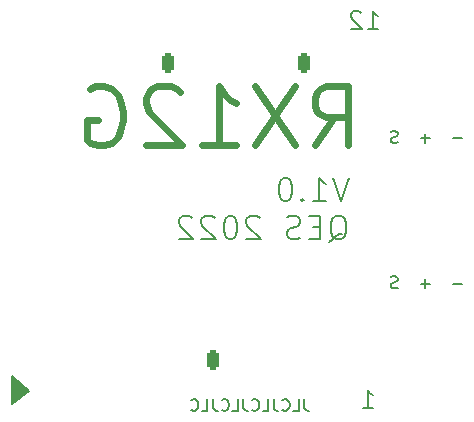
<source format=gbo>
G04 #@! TF.GenerationSoftware,KiCad,Pcbnew,(6.0.0)*
G04 #@! TF.CreationDate,2022-05-01T20:50:51-06:00*
G04 #@! TF.ProjectId,RX12G,52583132-472e-46b6-9963-61645f706362,rev?*
G04 #@! TF.SameCoordinates,Original*
G04 #@! TF.FileFunction,Legend,Bot*
G04 #@! TF.FilePolarity,Positive*
%FSLAX46Y46*%
G04 Gerber Fmt 4.6, Leading zero omitted, Abs format (unit mm)*
G04 Created by KiCad (PCBNEW (6.0.0)) date 2022-05-01 20:50:51*
%MOMM*%
%LPD*%
G01*
G04 APERTURE LIST*
G04 Aperture macros list*
%AMRoundRect*
0 Rectangle with rounded corners*
0 $1 Rounding radius*
0 $2 $3 $4 $5 $6 $7 $8 $9 X,Y pos of 4 corners*
0 Add a 4 corners polygon primitive as box body*
4,1,4,$2,$3,$4,$5,$6,$7,$8,$9,$2,$3,0*
0 Add four circle primitives for the rounded corners*
1,1,$1+$1,$2,$3*
1,1,$1+$1,$4,$5*
1,1,$1+$1,$6,$7*
1,1,$1+$1,$8,$9*
0 Add four rect primitives between the rounded corners*
20,1,$1+$1,$2,$3,$4,$5,0*
20,1,$1+$1,$4,$5,$6,$7,0*
20,1,$1+$1,$6,$7,$8,$9,0*
20,1,$1+$1,$8,$9,$2,$3,0*%
G04 Aperture macros list end*
%ADD10C,0.160000*%
%ADD11C,0.200000*%
%ADD12C,0.600000*%
%ADD13RoundRect,0.250000X-0.265000X-0.615000X0.265000X-0.615000X0.265000X0.615000X-0.265000X0.615000X0*%
%ADD14O,1.030000X1.730000*%
%ADD15R,1.650000X1.650000*%
%ADD16C,1.650000*%
%ADD17RoundRect,0.250000X0.265000X0.615000X-0.265000X0.615000X-0.265000X-0.615000X0.265000X-0.615000X0*%
%ADD18O,0.950000X1.250000*%
%ADD19O,1.550000X0.890000*%
%ADD20R,1.700000X1.700000*%
%ADD21O,1.700000X1.700000*%
G04 APERTURE END LIST*
D10*
X120902208Y-124748265D02*
X119502208Y-125848265D01*
X119502208Y-125848265D02*
X119502208Y-123448265D01*
X119502208Y-123448265D02*
X120902208Y-124748265D01*
G36*
X120902208Y-124748265D02*
G01*
X119502208Y-125848265D01*
X119502208Y-123448265D01*
X120902208Y-124748265D01*
G37*
X120902208Y-124748265D02*
X119502208Y-125848265D01*
X119502208Y-123448265D01*
X120902208Y-124748265D01*
D11*
X147979523Y-106694761D02*
X147312857Y-108694761D01*
X146646190Y-106694761D01*
X144931904Y-108694761D02*
X146074761Y-108694761D01*
X145503333Y-108694761D02*
X145503333Y-106694761D01*
X145693809Y-106980476D01*
X145884285Y-107170952D01*
X146074761Y-107266190D01*
X144074761Y-108504285D02*
X143979523Y-108599523D01*
X144074761Y-108694761D01*
X144170000Y-108599523D01*
X144074761Y-108504285D01*
X144074761Y-108694761D01*
X142741428Y-106694761D02*
X142550952Y-106694761D01*
X142360476Y-106790000D01*
X142265238Y-106885238D01*
X142170000Y-107075714D01*
X142074761Y-107456666D01*
X142074761Y-107932857D01*
X142170000Y-108313809D01*
X142265238Y-108504285D01*
X142360476Y-108599523D01*
X142550952Y-108694761D01*
X142741428Y-108694761D01*
X142931904Y-108599523D01*
X143027142Y-108504285D01*
X143122380Y-108313809D01*
X143217619Y-107932857D01*
X143217619Y-107456666D01*
X143122380Y-107075714D01*
X143027142Y-106885238D01*
X142931904Y-106790000D01*
X142741428Y-106694761D01*
X146360476Y-112105238D02*
X146550952Y-112010000D01*
X146741428Y-111819523D01*
X147027142Y-111533809D01*
X147217619Y-111438571D01*
X147408095Y-111438571D01*
X147312857Y-111914761D02*
X147503333Y-111819523D01*
X147693809Y-111629047D01*
X147789047Y-111248095D01*
X147789047Y-110581428D01*
X147693809Y-110200476D01*
X147503333Y-110010000D01*
X147312857Y-109914761D01*
X146931904Y-109914761D01*
X146741428Y-110010000D01*
X146550952Y-110200476D01*
X146455714Y-110581428D01*
X146455714Y-111248095D01*
X146550952Y-111629047D01*
X146741428Y-111819523D01*
X146931904Y-111914761D01*
X147312857Y-111914761D01*
X145598571Y-110867142D02*
X144931904Y-110867142D01*
X144646190Y-111914761D02*
X145598571Y-111914761D01*
X145598571Y-109914761D01*
X144646190Y-109914761D01*
X143884285Y-111819523D02*
X143598571Y-111914761D01*
X143122380Y-111914761D01*
X142931904Y-111819523D01*
X142836666Y-111724285D01*
X142741428Y-111533809D01*
X142741428Y-111343333D01*
X142836666Y-111152857D01*
X142931904Y-111057619D01*
X143122380Y-110962380D01*
X143503333Y-110867142D01*
X143693809Y-110771904D01*
X143789047Y-110676666D01*
X143884285Y-110486190D01*
X143884285Y-110295714D01*
X143789047Y-110105238D01*
X143693809Y-110010000D01*
X143503333Y-109914761D01*
X143027142Y-109914761D01*
X142741428Y-110010000D01*
X140455714Y-110105238D02*
X140360476Y-110010000D01*
X140170000Y-109914761D01*
X139693809Y-109914761D01*
X139503333Y-110010000D01*
X139408095Y-110105238D01*
X139312857Y-110295714D01*
X139312857Y-110486190D01*
X139408095Y-110771904D01*
X140550952Y-111914761D01*
X139312857Y-111914761D01*
X138074761Y-109914761D02*
X137884285Y-109914761D01*
X137693809Y-110010000D01*
X137598571Y-110105238D01*
X137503333Y-110295714D01*
X137408095Y-110676666D01*
X137408095Y-111152857D01*
X137503333Y-111533809D01*
X137598571Y-111724285D01*
X137693809Y-111819523D01*
X137884285Y-111914761D01*
X138074761Y-111914761D01*
X138265238Y-111819523D01*
X138360476Y-111724285D01*
X138455714Y-111533809D01*
X138550952Y-111152857D01*
X138550952Y-110676666D01*
X138455714Y-110295714D01*
X138360476Y-110105238D01*
X138265238Y-110010000D01*
X138074761Y-109914761D01*
X136646190Y-110105238D02*
X136550952Y-110010000D01*
X136360476Y-109914761D01*
X135884285Y-109914761D01*
X135693809Y-110010000D01*
X135598571Y-110105238D01*
X135503333Y-110295714D01*
X135503333Y-110486190D01*
X135598571Y-110771904D01*
X136741428Y-111914761D01*
X135503333Y-111914761D01*
X134741428Y-110105238D02*
X134646190Y-110010000D01*
X134455714Y-109914761D01*
X133979523Y-109914761D01*
X133789047Y-110010000D01*
X133693809Y-110105238D01*
X133598571Y-110295714D01*
X133598571Y-110486190D01*
X133693809Y-110771904D01*
X134836666Y-111914761D01*
X133598571Y-111914761D01*
D10*
X144219047Y-125452380D02*
X144219047Y-126166666D01*
X144266666Y-126309523D01*
X144361904Y-126404761D01*
X144504761Y-126452380D01*
X144600000Y-126452380D01*
X143266666Y-126452380D02*
X143742857Y-126452380D01*
X143742857Y-125452380D01*
X142361904Y-126357142D02*
X142409523Y-126404761D01*
X142552380Y-126452380D01*
X142647619Y-126452380D01*
X142790476Y-126404761D01*
X142885714Y-126309523D01*
X142933333Y-126214285D01*
X142980952Y-126023809D01*
X142980952Y-125880952D01*
X142933333Y-125690476D01*
X142885714Y-125595238D01*
X142790476Y-125500000D01*
X142647619Y-125452380D01*
X142552380Y-125452380D01*
X142409523Y-125500000D01*
X142361904Y-125547619D01*
X141647619Y-125452380D02*
X141647619Y-126166666D01*
X141695238Y-126309523D01*
X141790476Y-126404761D01*
X141933333Y-126452380D01*
X142028571Y-126452380D01*
X140695238Y-126452380D02*
X141171428Y-126452380D01*
X141171428Y-125452380D01*
X139790476Y-126357142D02*
X139838095Y-126404761D01*
X139980952Y-126452380D01*
X140076190Y-126452380D01*
X140219047Y-126404761D01*
X140314285Y-126309523D01*
X140361904Y-126214285D01*
X140409523Y-126023809D01*
X140409523Y-125880952D01*
X140361904Y-125690476D01*
X140314285Y-125595238D01*
X140219047Y-125500000D01*
X140076190Y-125452380D01*
X139980952Y-125452380D01*
X139838095Y-125500000D01*
X139790476Y-125547619D01*
X139076190Y-125452380D02*
X139076190Y-126166666D01*
X139123809Y-126309523D01*
X139219047Y-126404761D01*
X139361904Y-126452380D01*
X139457142Y-126452380D01*
X138123809Y-126452380D02*
X138600000Y-126452380D01*
X138600000Y-125452380D01*
X137219047Y-126357142D02*
X137266666Y-126404761D01*
X137409523Y-126452380D01*
X137504761Y-126452380D01*
X137647619Y-126404761D01*
X137742857Y-126309523D01*
X137790476Y-126214285D01*
X137838095Y-126023809D01*
X137838095Y-125880952D01*
X137790476Y-125690476D01*
X137742857Y-125595238D01*
X137647619Y-125500000D01*
X137504761Y-125452380D01*
X137409523Y-125452380D01*
X137266666Y-125500000D01*
X137219047Y-125547619D01*
X136504761Y-125452380D02*
X136504761Y-126166666D01*
X136552380Y-126309523D01*
X136647619Y-126404761D01*
X136790476Y-126452380D01*
X136885714Y-126452380D01*
X135552380Y-126452380D02*
X136028571Y-126452380D01*
X136028571Y-125452380D01*
X134647619Y-126357142D02*
X134695238Y-126404761D01*
X134838095Y-126452380D01*
X134933333Y-126452380D01*
X135076190Y-126404761D01*
X135171428Y-126309523D01*
X135219047Y-126214285D01*
X135266666Y-126023809D01*
X135266666Y-125880952D01*
X135219047Y-125690476D01*
X135171428Y-125595238D01*
X135076190Y-125500000D01*
X134933333Y-125452380D01*
X134838095Y-125452380D01*
X134695238Y-125500000D01*
X134647619Y-125547619D01*
D11*
X149171428Y-126178571D02*
X150028571Y-126178571D01*
X149600000Y-126178571D02*
X149600000Y-124678571D01*
X149742857Y-124892857D01*
X149885714Y-125035714D01*
X150028571Y-125107142D01*
D12*
X145095238Y-103961904D02*
X146761904Y-101580952D01*
X147952380Y-103961904D02*
X147952380Y-98961904D01*
X146047619Y-98961904D01*
X145571428Y-99200000D01*
X145333333Y-99438095D01*
X145095238Y-99914285D01*
X145095238Y-100628571D01*
X145333333Y-101104761D01*
X145571428Y-101342857D01*
X146047619Y-101580952D01*
X147952380Y-101580952D01*
X143428571Y-98961904D02*
X140095238Y-103961904D01*
X140095238Y-98961904D02*
X143428571Y-103961904D01*
X135571428Y-103961904D02*
X138428571Y-103961904D01*
X137000000Y-103961904D02*
X137000000Y-98961904D01*
X137476190Y-99676190D01*
X137952380Y-100152380D01*
X138428571Y-100390476D01*
X133666666Y-99438095D02*
X133428571Y-99200000D01*
X132952380Y-98961904D01*
X131761904Y-98961904D01*
X131285714Y-99200000D01*
X131047619Y-99438095D01*
X130809523Y-99914285D01*
X130809523Y-100390476D01*
X131047619Y-101104761D01*
X133904761Y-103961904D01*
X130809523Y-103961904D01*
X126047619Y-99200000D02*
X126523809Y-98961904D01*
X127238095Y-98961904D01*
X127952380Y-99200000D01*
X128428571Y-99676190D01*
X128666666Y-100152380D01*
X128904761Y-101104761D01*
X128904761Y-101819047D01*
X128666666Y-102771428D01*
X128428571Y-103247619D01*
X127952380Y-103723809D01*
X127238095Y-103961904D01*
X126761904Y-103961904D01*
X126047619Y-103723809D01*
X125809523Y-103485714D01*
X125809523Y-101819047D01*
X126761904Y-101819047D01*
D10*
X157600000Y-103371428D02*
X156838095Y-103371428D01*
X154838095Y-103371428D02*
X154076190Y-103371428D01*
X154457142Y-103752380D02*
X154457142Y-102990476D01*
X152123809Y-103704761D02*
X151980952Y-103752380D01*
X151742857Y-103752380D01*
X151647619Y-103704761D01*
X151600000Y-103657142D01*
X151552380Y-103561904D01*
X151552380Y-103466666D01*
X151600000Y-103371428D01*
X151647619Y-103323809D01*
X151742857Y-103276190D01*
X151933333Y-103228571D01*
X152028571Y-103180952D01*
X152076190Y-103133333D01*
X152123809Y-103038095D01*
X152123809Y-102942857D01*
X152076190Y-102847619D01*
X152028571Y-102800000D01*
X151933333Y-102752380D01*
X151695238Y-102752380D01*
X151552380Y-102800000D01*
D11*
X149585714Y-94078571D02*
X150442857Y-94078571D01*
X150014285Y-94078571D02*
X150014285Y-92578571D01*
X150157142Y-92792857D01*
X150300000Y-92935714D01*
X150442857Y-93007142D01*
X149014285Y-92721428D02*
X148942857Y-92650000D01*
X148800000Y-92578571D01*
X148442857Y-92578571D01*
X148300000Y-92650000D01*
X148228571Y-92721428D01*
X148157142Y-92864285D01*
X148157142Y-93007142D01*
X148228571Y-93221428D01*
X149085714Y-94078571D01*
X148157142Y-94078571D01*
D10*
X157600000Y-115671428D02*
X156838095Y-115671428D01*
X154838095Y-115671428D02*
X154076190Y-115671428D01*
X154457142Y-116052380D02*
X154457142Y-115290476D01*
X152123809Y-116004761D02*
X151980952Y-116052380D01*
X151742857Y-116052380D01*
X151647619Y-116004761D01*
X151600000Y-115957142D01*
X151552380Y-115861904D01*
X151552380Y-115766666D01*
X151600000Y-115671428D01*
X151647619Y-115623809D01*
X151742857Y-115576190D01*
X151933333Y-115528571D01*
X152028571Y-115480952D01*
X152076190Y-115433333D01*
X152123809Y-115338095D01*
X152123809Y-115242857D01*
X152076190Y-115147619D01*
X152028571Y-115100000D01*
X151933333Y-115052380D01*
X151695238Y-115052380D01*
X151552380Y-115100000D01*
%LPC*%
D13*
X136500000Y-122100000D03*
D14*
X138000000Y-122100000D03*
X139500000Y-122100000D03*
D15*
X152047500Y-105690000D03*
D16*
X154587500Y-105690000D03*
X157127500Y-105690000D03*
X152047500Y-108230000D03*
X154587500Y-108230000D03*
X157127500Y-108230000D03*
X152047500Y-110770000D03*
X154587500Y-110770000D03*
X157127500Y-110770000D03*
X152047500Y-113310000D03*
X154587500Y-113310000D03*
X157127500Y-113310000D03*
D17*
X144200000Y-96950000D03*
D14*
X142700000Y-96950000D03*
X141200000Y-96950000D03*
D15*
X152047500Y-93490000D03*
D16*
X154587500Y-93490000D03*
X157127500Y-93490000D03*
X152047500Y-96030000D03*
X154587500Y-96030000D03*
X157127500Y-96030000D03*
X152047500Y-98570000D03*
X154587500Y-98570000D03*
X157127500Y-98570000D03*
X152047500Y-101110000D03*
X154587500Y-101110000D03*
X157127500Y-101110000D03*
D18*
X124385000Y-115700000D03*
X124385000Y-120700000D03*
D19*
X121685000Y-114700000D03*
X121685000Y-121700000D03*
D15*
X152047500Y-117890000D03*
D16*
X154587500Y-117890000D03*
X157127500Y-117890000D03*
X152047500Y-120430000D03*
X154587500Y-120430000D03*
X157127500Y-120430000D03*
X152047500Y-122970000D03*
X154587500Y-122970000D03*
X157127500Y-122970000D03*
X152047500Y-125510000D03*
X154587500Y-125510000D03*
X157127500Y-125510000D03*
D17*
X132700000Y-96950000D03*
D14*
X131200000Y-96950000D03*
X129700000Y-96950000D03*
D20*
X122225000Y-124700000D03*
D21*
X124765000Y-124700000D03*
X127305000Y-124700000D03*
X129845000Y-124700000D03*
X132385000Y-124700000D03*
M02*

</source>
